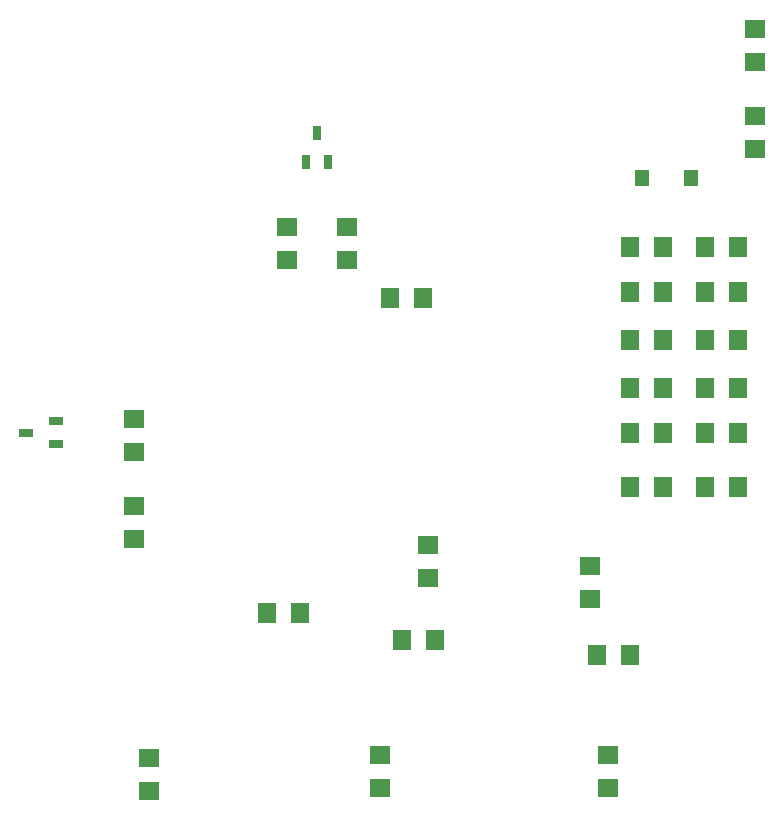
<source format=gtp>
G04 ---------------------------- Layer name :TOP PASTER LAYER*
G04 EasyEDA v5.6.10, Thu, 22 Nov 2018 09:31:26 GMT*
G04 a978b3f8f09b4219873cbd73095df268*
G04 Gerber Generator version 0.2*
G04 Scale: 100 percent, Rotated: No, Reflected: No *
G04 Dimensions in inches *
G04 leading zeros omitted , absolute positions ,2 integer and 4 decimal *
%FSLAX24Y24*%
%MOIN*%
G90*
G70D02*

%ADD16R,0.070900X0.063000*%
%ADD17R,0.027559X0.049213*%
%ADD18R,0.063000X0.070900*%
%ADD19R,0.050000X0.057900*%
%ADD20R,0.049213X0.027559*%

%LPD*%
G54D16*
G01X6799Y4050D03*
G01X6799Y2950D03*
G01X14499Y4150D03*
G01X14499Y3050D03*
G01X22099Y4150D03*
G01X22099Y3050D03*
G54D17*
G01X12400Y24892D03*
G01X12773Y23907D03*
G01X12026Y23907D03*
G54D18*
G01X26450Y21100D03*
G01X25350Y21100D03*
G01X26450Y13100D03*
G01X25350Y13100D03*
G01X26450Y16400D03*
G01X25350Y16400D03*
G01X22850Y19599D03*
G01X23950Y19599D03*
G01X26450Y19600D03*
G01X25350Y19600D03*
G01X26450Y18000D03*
G01X25350Y18000D03*
G01X22850Y21099D03*
G01X23950Y21099D03*
G01X26450Y14900D03*
G01X25350Y14900D03*
G01X22850Y17999D03*
G01X23950Y17999D03*
G01X22850Y16399D03*
G01X23950Y16399D03*
G01X22850Y14899D03*
G01X23950Y14899D03*
G01X22850Y13099D03*
G01X23950Y13099D03*
G01X21750Y7499D03*
G01X22850Y7499D03*
G54D16*
G01X21499Y10450D03*
G01X21499Y9350D03*
G54D18*
G01X16350Y8000D03*
G01X15250Y8000D03*
G54D16*
G01X16100Y10050D03*
G01X16100Y11150D03*
G01X13400Y20650D03*
G01X13400Y21750D03*
G01X11400Y20650D03*
G01X11400Y21750D03*
G54D18*
G01X11850Y8900D03*
G01X10750Y8900D03*
G01X14850Y19399D03*
G01X15950Y19399D03*
G54D19*
G01X23250Y23399D03*
G01X24869Y23399D03*
G54D20*
G01X3692Y14526D03*
G01X2707Y14900D03*
G01X3692Y15273D03*
G54D16*
G01X6299Y15350D03*
G01X6299Y14250D03*
G01X6300Y12450D03*
G01X6300Y11350D03*
G01X27000Y27250D03*
G01X27000Y28350D03*
G01X27001Y24350D03*
G01X27001Y25450D03*
M00*
M02*

</source>
